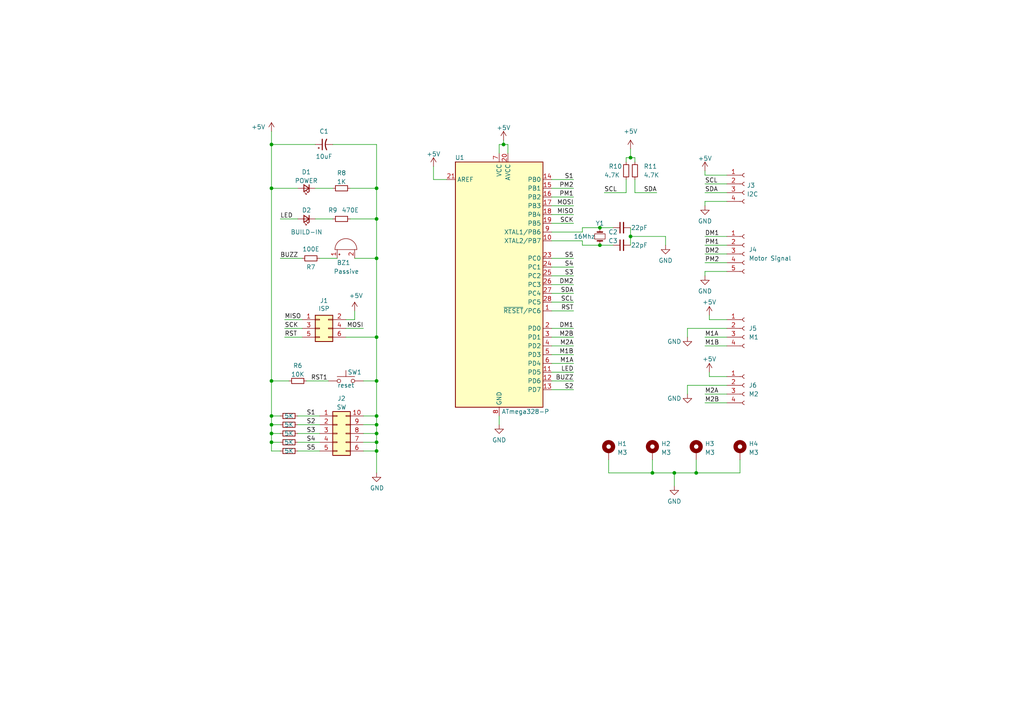
<source format=kicad_sch>
(kicad_sch (version 20230121) (generator eeschema)
  (paper "A4")
  (lib_symbols
    (symbol "+5V_1" (power) (pin_names (offset 0))
      (property "Value" "+5V_1" (at 0 3.556 0))
      (symbol "+5V_1_0_1"
        (polyline (pts (xy -0.762 1.27) (xy 0 2.54)))
        (polyline (pts (xy 0 0) (xy 0 2.54)))
        (polyline (pts (xy 0 2.54) (xy 0.762 1.27)))
      )
      (symbol "+5V_1_1_1"
        (pin power_in line (at 0 0 90) (length 0) hide (name "+5V") (number "1"))
      )
    )
    (symbol "+5V_2" (power) (pin_names (offset 0))
      (property "Value" "+5V_2" (at 0 3.556 0))
      (symbol "+5V_2_0_1"
        (polyline (pts (xy -0.762 1.27) (xy 0 2.54)))
        (polyline (pts (xy 0 0) (xy 0 2.54)))
        (polyline (pts (xy 0 2.54) (xy 0.762 1.27)))
      )
      (symbol "+5V_2_1_1"
        (pin power_in line (at 0 0 90) (length 0) hide (name "+5V") (number "1"))
      )
    )
    (symbol "Connector:Conn_01x04_Female" (pin_names (offset 1.016) hide)
      (property "Reference" "J" (at 0 5.08 0))
      (property "Value" "Conn_01x04_Female" (at 0 -7.62 0))
      (symbol "Conn_01x04_Female_1_1"
        (arc (start 0 -4.572) (mid -0.5058 -5.08) (end 0 -5.588) (stroke (width 0.1524)))
        (arc (start 0 -2.032) (mid -0.5058 -2.54) (end 0 -3.048) (stroke (width 0.1524)))
        (polyline (pts (xy -1.27 -5.08) (xy -0.508 -5.08)) (stroke (width 0.1524)))
        (polyline (pts (xy -1.27 -2.54) (xy -0.508 -2.54)) (stroke (width 0.1524)))
        (polyline (pts (xy -1.27 0) (xy -0.508 0)) (stroke (width 0.1524)))
        (polyline (pts (xy -1.27 2.54) (xy -0.508 2.54)) (stroke (width 0.1524)))
        (arc (start 0 0.508) (mid -0.5058 0) (end 0 -0.508) (stroke (width 0.1524)))
        (arc (start 0 3.048) (mid -0.5058 2.54) (end 0 2.032) (stroke (width 0.1524)))
        (pin passive line (at -5.08 2.54 0) (length 3.81) (name "Pin_1") (number "1"))
        (pin passive line (at -5.08 0 0) (length 3.81) (name "Pin_2") (number "2"))
        (pin passive line (at -5.08 -2.54 0) (length 3.81) (name "Pin_3") (number "3"))
        (pin passive line (at -5.08 -5.08 0) (length 3.81) (name "Pin_4") (number "4"))
      )
    )
    (symbol "Connector:Conn_01x05_Female" (pin_names (offset 1.016) hide)
      (property "Reference" "J" (at 0 7.62 0))
      (property "Value" "Conn_01x05_Female" (at 0 -7.62 0))
      (symbol "Conn_01x05_Female_1_1"
        (arc (start 0 -4.572) (mid -0.5058 -5.08) (end 0 -5.588) (stroke (width 0.1524)))
        (arc (start 0 -2.032) (mid -0.5058 -2.54) (end 0 -3.048) (stroke (width 0.1524)))
        (polyline (pts (xy -1.27 -5.08) (xy -0.508 -5.08)) (stroke (width 0.1524)))
        (polyline (pts (xy -1.27 -2.54) (xy -0.508 -2.54)) (stroke (width 0.1524)))
        (polyline (pts (xy -1.27 0) (xy -0.508 0)) (stroke (width 0.1524)))
        (polyline (pts (xy -1.27 2.54) (xy -0.508 2.54)) (stroke (width 0.1524)))
        (polyline (pts (xy -1.27 5.08) (xy -0.508 5.08)) (stroke (width 0.1524)))
        (arc (start 0 0.508) (mid -0.5058 0) (end 0 -0.508) (stroke (width 0.1524)))
        (arc (start 0 3.048) (mid -0.5058 2.54) (end 0 2.032) (stroke (width 0.1524)))
        (arc (start 0 5.588) (mid -0.5058 5.08) (end 0 4.572) (stroke (width 0.1524)))
        (pin passive line (at -5.08 5.08 0) (length 3.81) (name "Pin_1") (number "1"))
        (pin passive line (at -5.08 2.54 0) (length 3.81) (name "Pin_2") (number "2"))
        (pin passive line (at -5.08 0 0) (length 3.81) (name "Pin_3") (number "3"))
        (pin passive line (at -5.08 -2.54 0) (length 3.81) (name "Pin_4") (number "4"))
        (pin passive line (at -5.08 -5.08 0) (length 3.81) (name "Pin_5") (number "5"))
      )
    )
    (symbol "Connector_Generic:Conn_02x03_Odd_Even" (pin_names (offset 1.016) hide)
      (property "Reference" "J" (at 1.27 5.08 0))
      (property "Value" "Conn_02x03_Odd_Even" (at 1.27 -5.08 0))
      (symbol "Conn_02x03_Odd_Even_1_1"
        (rectangle (start -1.27 -2.413) (end 0 -2.667) (stroke (width 0.1524)))
        (rectangle (start -1.27 0.127) (end 0 -0.127) (stroke (width 0.1524)))
        (rectangle (start -1.27 2.667) (end 0 2.413) (stroke (width 0.1524)))
        (rectangle (start -1.27 3.81) (end 3.81 -3.81) (stroke (width 0.254)) (fill (type background)))
        (rectangle (start 3.81 -2.413) (end 2.54 -2.667) (stroke (width 0.1524)))
        (rectangle (start 3.81 0.127) (end 2.54 -0.127) (stroke (width 0.1524)))
        (rectangle (start 3.81 2.667) (end 2.54 2.413) (stroke (width 0.1524)))
        (pin passive line (at -5.08 2.54 0) (length 3.81) (name "Pin_1") (number "1"))
        (pin passive line (at 7.62 2.54 180) (length 3.81) (name "Pin_2") (number "2"))
        (pin passive line (at -5.08 0 0) (length 3.81) (name "Pin_3") (number "3"))
        (pin passive line (at 7.62 0 180) (length 3.81) (name "Pin_4") (number "4"))
        (pin passive line (at -5.08 -2.54 0) (length 3.81) (name "Pin_5") (number "5"))
        (pin passive line (at 7.62 -2.54 180) (length 3.81) (name "Pin_6") (number "6"))
      )
    )
    (symbol "Connector_Generic:Conn_02x05_Counter_Clockwise" (pin_names (offset 1.016) hide)
      (property "Reference" "J" (at 1.27 7.62 0))
      (property "Value" "Conn_02x05_Counter_Clockwise" (at 1.27 -7.62 0))
      (symbol "Conn_02x05_Counter_Clockwise_1_1"
        (rectangle (start -1.27 -4.953) (end 0 -5.207) (stroke (width 0.1524)))
        (rectangle (start -1.27 -2.413) (end 0 -2.667) (stroke (width 0.1524)))
        (rectangle (start -1.27 0.127) (end 0 -0.127) (stroke (width 0.1524)))
        (rectangle (start -1.27 2.667) (end 0 2.413) (stroke (width 0.1524)))
        (rectangle (start -1.27 5.207) (end 0 4.953) (stroke (width 0.1524)))
        (rectangle (start -1.27 6.35) (end 3.81 -6.35) (stroke (width 0.254)) (fill (type background)))
        (rectangle (start 3.81 -4.953) (end 2.54 -5.207) (stroke (width 0.1524)))
        (rectangle (start 3.81 -2.413) (end 2.54 -2.667) (stroke (width 0.1524)))
        (rectangle (start 3.81 0.127) (end 2.54 -0.127) (stroke (width 0.1524)))
        (rectangle (start 3.81 2.667) (end 2.54 2.413) (stroke (width 0.1524)))
        (rectangle (start 3.81 5.207) (end 2.54 4.953) (stroke (width 0.1524)))
        (pin passive line (at -5.08 5.08 0) (length 3.81) (name "Pin_1") (number "1"))
        (pin passive line (at 7.62 5.08 180) (length 3.81) (name "Pin_10") (number "10"))
        (pin passive line (at -5.08 2.54 0) (length 3.81) (name "Pin_2") (number "2"))
        (pin passive line (at -5.08 0 0) (length 3.81) (name "Pin_3") (number "3"))
        (pin passive line (at -5.08 -2.54 0) (length 3.81) (name "Pin_4") (number "4"))
        (pin passive line (at -5.08 -5.08 0) (length 3.81) (name "Pin_5") (number "5"))
        (pin passive line (at 7.62 -5.08 180) (length 3.81) (name "Pin_6") (number "6"))
        (pin passive line (at 7.62 -2.54 180) (length 3.81) (name "Pin_7") (number "7"))
        (pin passive line (at 7.62 0 180) (length 3.81) (name "Pin_8") (number "8"))
        (pin passive line (at 7.62 2.54 180) (length 3.81) (name "Pin_9") (number "9"))
      )
    )
    (symbol "Device:Buzzer" (pin_names (offset 0.0254) hide)
      (property "Reference" "BZ" (at 3.81 1.27 0))
      (property "Value" "Buzzer" (at 3.81 -1.27 0))
      (symbol "Buzzer_0_1"
        (arc (start 0 -3.175) (mid 3.1612 0) (end 0 3.175))
        (polyline (pts (xy -1.651 1.905) (xy -1.143 1.905)))
        (polyline (pts (xy -1.397 2.159) (xy -1.397 1.651)))
        (polyline (pts (xy 0 3.175) (xy 0 -3.175)))
      )
      (symbol "Buzzer_1_1"
        (pin passive line (at -2.54 2.54 0) (length 2.54) (name "-") (number "1"))
        (pin passive line (at -2.54 -2.54 0) (length 2.54) (name "+") (number "2"))
      )
    )
    (symbol "Device:C_Small" (pin_numbers hide) (pin_names (offset 0.254) hide)
      (property "Reference" "C" (at 0.254 1.778 0))
      (property "Value" "C_Small" (at 0.254 -2.032 0))
      (symbol "C_Small_0_1"
        (polyline (pts (xy -1.524 -0.508) (xy 1.524 -0.508)) (stroke (width 0.3302)))
        (polyline (pts (xy -1.524 0.508) (xy 1.524 0.508)) (stroke (width 0.3048)))
      )
      (symbol "C_Small_1_1"
        (pin passive line (at 0 2.54 270) (length 2.032) (name "~") (number "1"))
        (pin passive line (at 0 -2.54 90) (length 2.032) (name "~") (number "2"))
      )
    )
    (symbol "Device:Crystal_Small" (pin_numbers hide) (pin_names (offset 1.016) hide)
      (property "Reference" "Y" (at 0 2.54 0))
      (property "Value" "Crystal_Small" (at 0 -2.54 0))
      (symbol "Crystal_Small_0_1"
        (rectangle (start -0.762 -1.524) (end 0.762 1.524))
        (polyline (pts (xy -1.27 -0.762) (xy -1.27 0.762)) (stroke (width 0.381)))
        (polyline (pts (xy 1.27 -0.762) (xy 1.27 0.762)) (stroke (width 0.381)))
      )
      (symbol "Crystal_Small_1_1"
        (pin passive line (at -2.54 0 0) (length 1.27) (name "1") (number "1"))
        (pin passive line (at 2.54 0 180) (length 1.27) (name "2") (number "2"))
      )
    )
    (symbol "Device:LED_Small" (pin_numbers hide) (pin_names (offset 0.254) hide)
      (property "Reference" "D" (at -1.27 3.175 0))
      (property "Value" "LED_Small" (at -4.445 -2.54 0))
      (symbol "LED_Small_0_1"
        (polyline (pts (xy -0.762 -1.016) (xy -0.762 1.016)) (stroke (width 0.254)))
        (polyline (pts (xy 1.016 0) (xy -0.762 0)))
        (polyline (pts (xy 0.762 -1.016) (xy -0.762 0) (xy 0.762 1.016) (xy 0.762 -1.016)) (stroke (width 0.254)))
        (polyline (pts (xy 0 0.762) (xy -0.508 1.27) (xy -0.254 1.27) (xy -0.508 1.27) (xy -0.508 1.016)))
        (polyline (pts (xy 0.508 1.27) (xy 0 1.778) (xy 0.254 1.778) (xy 0 1.778) (xy 0 1.524)))
      )
      (symbol "LED_Small_1_1"
        (pin passive line (at -2.54 0 0) (length 1.778) (name "K") (number "1"))
        (pin passive line (at 2.54 0 180) (length 1.778) (name "A") (number "2"))
      )
    )
    (symbol "Device:R_Small" (pin_numbers hide) (pin_names (offset 0.254) hide)
      (property "Reference" "R" (at 0.762 0.508 0))
      (property "Value" "R_Small" (at 0.762 -1.016 0))
      (symbol "R_Small_0_1"
        (rectangle (start -0.762 1.778) (end 0.762 -1.778) (stroke (width 0.2032)))
      )
      (symbol "R_Small_1_1"
        (pin passive line (at 0 2.54 270) (length 0.762) (name "~") (number "1"))
        (pin passive line (at 0 -2.54 90) (length 0.762) (name "~") (number "2"))
      )
    )
    (symbol "GND_1" (power) (pin_names (offset 0))
      (property "Value" "GND_1" (at 0 -3.81 0))
      (symbol "GND_1_0_1"
        (polyline (pts (xy 0 0) (xy 0 -1.27) (xy 1.27 -1.27) (xy 0 -2.54) (xy -1.27 -1.27) (xy 0 -1.27)))
      )
      (symbol "GND_1_1_1"
        (pin power_in line (at 0 0 270) (length 0) hide (name "GND") (number "1"))
      )
    )
    (symbol "MCU_Microchip_ATmega:ATmega328-P"
      (property "Reference" "U" (at -12.7 36.83 0))
      (property "Value" "ATmega328-P" (at 2.54 -36.83 0))
      (symbol "ATmega328-P_0_1"
        (rectangle (start -12.7 -35.56) (end 12.7 35.56) (stroke (width 0.254)) (fill (type background)))
      )
      (symbol "ATmega328-P_1_1"
        (pin bidirectional line (at 15.24 -7.62 180) (length 2.54) (name "~{RESET}/PC6") (number "1"))
        (pin bidirectional line (at 15.24 12.7 180) (length 2.54) (name "XTAL2/PB7") (number "10"))
        (pin bidirectional line (at 15.24 -25.4 180) (length 2.54) (name "PD5") (number "11"))
        (pin bidirectional line (at 15.24 -27.94 180) (length 2.54) (name "PD6") (number "12"))
        (pin bidirectional line (at 15.24 -30.48 180) (length 2.54) (name "PD7") (number "13"))
        (pin bidirectional line (at 15.24 30.48 180) (length 2.54) (name "PB0") (number "14"))
        (pin bidirectional line (at 15.24 27.94 180) (length 2.54) (name "PB1") (number "15"))
        (pin bidirectional line (at 15.24 25.4 180) (length 2.54) (name "PB2") (number "16"))
        (pin bidirectional line (at 15.24 22.86 180) (length 2.54) (name "PB3") (number "17"))
        (pin bidirectional line (at 15.24 20.32 180) (length 2.54) (name "PB4") (number "18"))
        (pin bidirectional line (at 15.24 17.78 180) (length 2.54) (name "PB5") (number "19"))
        (pin bidirectional line (at 15.24 -12.7 180) (length 2.54) (name "PD0") (number "2"))
        (pin power_in line (at 2.54 38.1 270) (length 2.54) (name "AVCC") (number "20"))
        (pin passive line (at -15.24 30.48 0) (length 2.54) (name "AREF") (number "21"))
        (pin passive line (at 0 -38.1 90) (length 2.54) hide (name "GND") (number "22"))
        (pin bidirectional line (at 15.24 7.62 180) (length 2.54) (name "PC0") (number "23"))
        (pin bidirectional line (at 15.24 5.08 180) (length 2.54) (name "PC1") (number "24"))
        (pin bidirectional line (at 15.24 2.54 180) (length 2.54) (name "PC2") (number "25"))
        (pin bidirectional line (at 15.24 0 180) (length 2.54) (name "PC3") (number "26"))
        (pin bidirectional line (at 15.24 -2.54 180) (length 2.54) (name "PC4") (number "27"))
        (pin bidirectional line (at 15.24 -5.08 180) (length 2.54) (name "PC5") (number "28"))
        (pin bidirectional line (at 15.24 -15.24 180) (length 2.54) (name "PD1") (number "3"))
        (pin bidirectional line (at 15.24 -17.78 180) (length 2.54) (name "PD2") (number "4"))
        (pin bidirectional line (at 15.24 -20.32 180) (length 2.54) (name "PD3") (number "5"))
        (pin bidirectional line (at 15.24 -22.86 180) (length 2.54) (name "PD4") (number "6"))
        (pin power_in line (at 0 38.1 270) (length 2.54) (name "VCC") (number "7"))
        (pin power_in line (at 0 -38.1 90) (length 2.54) (name "GND") (number "8"))
        (pin bidirectional line (at 15.24 15.24 180) (length 2.54) (name "XTAL1/PB6") (number "9"))
      )
    )
    (symbol "MecCam_pro-rescue:CP1_Small-Device" (pin_numbers hide) (pin_names (offset 0.254) hide)
      (property "Reference" "C" (at 0.254 1.778 0))
      (property "Value" "CP1_Small-Device" (at 0.254 -2.032 0))
      (symbol "CP1_Small-Device_0_1"
        (polyline (pts (xy -1.524 0.508) (xy 1.524 0.508)) (stroke (width 0.3048)))
        (polyline (pts (xy -1.27 1.524) (xy -0.762 1.524)))
        (polyline (pts (xy -1.016 1.27) (xy -1.016 1.778)))
        (arc (start 1.524 -0.762) (mid 0 -0.3734) (end -1.524 -0.762) (stroke (width 0.3048)))
      )
      (symbol "CP1_Small-Device_1_1"
        (pin passive line (at 0 2.54 270) (length 2.032) (name "~") (number "1"))
        (pin passive line (at 0 -2.54 90) (length 2.032) (name "~") (number "2"))
      )
    )
    (symbol "Mechanical:MountingHole_Pad" (pin_numbers hide) (pin_names (offset 1.016) hide)
      (property "Reference" "H" (at 0 6.35 0))
      (property "Value" "MountingHole_Pad" (at 0 4.445 0))
      (symbol "MountingHole_Pad_0_1"
        (circle (center 0 1.27) (radius 1.27) (stroke (width 1.27)))
      )
      (symbol "MountingHole_Pad_1_1"
        (pin input line (at 0 -2.54 90) (length 2.54) (name "1") (number "1"))
      )
    )
    (symbol "Switch:SW_Push" (pin_numbers hide) (pin_names (offset 1.016) hide)
      (property "Reference" "SW" (at 1.27 2.54 0))
      (property "Value" "SW_Push" (at 0 -1.524 0))
      (symbol "SW_Push_0_1"
        (circle (center -2.032 0) (radius 0.508))
        (polyline (pts (xy 0 1.27) (xy 0 3.048)))
        (polyline (pts (xy 2.54 1.27) (xy -2.54 1.27)))
        (circle (center 2.032 0) (radius 0.508))
        (pin passive line (at -5.08 0 0) (length 2.54) (name "1") (number "1"))
        (pin passive line (at 5.08 0 180) (length 2.54) (name "2") (number "2"))
      )
    )
    (symbol "power:+5V" (power) (pin_names (offset 0))
      (property "Value" "+5V" (at 0 3.556 0))
      (symbol "+5V_0_1"
        (polyline (pts (xy -0.762 1.27) (xy 0 2.54)))
        (polyline (pts (xy 0 0) (xy 0 2.54)))
        (polyline (pts (xy 0 2.54) (xy 0.762 1.27)))
      )
      (symbol "+5V_1_1"
        (pin power_in line (at 0 0 90) (length 0) hide (name "+5V") (number "1"))
      )
    )
    (symbol "power:GND" (power) (pin_names (offset 0))
      (property "Value" "GND" (at 0 -3.81 0))
      (symbol "GND_0_1"
        (polyline (pts (xy 0 0) (xy 0 -1.27) (xy 1.27 -1.27) (xy 0 -2.54) (xy -1.27 -1.27) (xy 0 -1.27)))
      )
      (symbol "GND_1_1"
        (pin power_in line (at 0 0 270) (length 0) hide (name "GND") (number "1"))
      )
    )
  )
  (junction (at 109.22 120.65))
  (junction (at 78.74 110.49))
  (junction (at 109.22 130.81))
  (junction (at 78.74 41.91))
  (junction (at 78.74 125.73))
  (junction (at 173.99 66.04))
  (junction (at 109.22 74.93))
  (junction (at 78.74 123.19))
  (junction (at 78.74 128.27))
  (junction (at 109.22 110.49))
  (junction (at 109.22 63.5))
  (junction (at 109.22 54.61))
  (junction (at 182.88 45.72))
  (junction (at 201.93 137.16))
  (junction (at 189.23 137.16))
  (junction (at 146.05 41.91))
  (junction (at 78.74 120.65))
  (junction (at 109.22 123.19))
  (junction (at 78.74 54.61))
  (junction (at 109.22 97.79))
  (junction (at 182.88 68.58))
  (junction (at 109.22 125.73))
  (junction (at 109.22 128.27))
  (junction (at 173.99 71.12))
  (junction (at 195.58 137.16))
  (wire (pts (xy 160.02 54.61) (xy 166.37 54.61)))
  (wire (pts (xy 101.6 54.61) (xy 109.22 54.61)))
  (wire (pts (xy 78.74 123.19) (xy 81.28 123.19)))
  (wire (pts (xy 160.02 62.23) (xy 166.37 62.23)))
  (wire (pts (xy 176.53 137.16) (xy 189.23 137.16)))
  (wire (pts (xy 78.74 128.27) (xy 78.74 130.81)))
  (wire (pts (xy 88.9 110.49) (xy 95.25 110.49)))
  (wire (pts (xy 160.02 113.03) (xy 166.37 113.03)))
  (wire (pts (xy 181.61 45.72) (xy 182.88 45.72)))
  (wire (pts (xy 201.93 133.35) (xy 201.93 137.16)))
  (wire (pts (xy 160.02 97.79) (xy 166.37 97.79)))
  (wire (pts (xy 168.91 67.31) (xy 168.91 66.04)))
  (wire (pts (xy 193.04 68.58) (xy 193.04 71.12)))
  (wire (pts (xy 204.47 68.58) (xy 210.82 68.58)))
  (wire (pts (xy 160.02 87.63) (xy 166.37 87.63)))
  (wire (pts (xy 78.74 120.65) (xy 81.28 120.65)))
  (wire (pts (xy 214.63 137.16) (xy 214.63 133.35)))
  (wire (pts (xy 109.22 128.27) (xy 109.22 130.81)))
  (wire (pts (xy 205.74 109.22) (xy 210.82 109.22)))
  (wire (pts (xy 182.88 45.72) (xy 184.15 45.72)))
  (wire (pts (xy 184.15 55.88) (xy 184.15 52.07)))
  (wire (pts (xy 101.6 63.5) (xy 109.22 63.5)))
  (wire (pts (xy 146.05 41.91) (xy 147.32 41.91)))
  (wire (pts (xy 160.02 90.17) (xy 166.37 90.17)))
  (wire (pts (xy 160.02 95.25) (xy 166.37 95.25)))
  (wire (pts (xy 109.22 74.93) (xy 109.22 97.79)))
  (wire (pts (xy 78.74 54.61) (xy 86.36 54.61)))
  (wire (pts (xy 81.28 74.93) (xy 87.63 74.93)))
  (wire (pts (xy 105.41 125.73) (xy 109.22 125.73)))
  (wire (pts (xy 210.82 78.74) (xy 204.47 78.74)))
  (wire (pts (xy 160.02 52.07) (xy 166.37 52.07)))
  (wire (pts (xy 147.32 41.91) (xy 147.32 44.45)))
  (wire (pts (xy 109.22 54.61) (xy 109.22 41.91)))
  (wire (pts (xy 105.41 123.19) (xy 109.22 123.19)))
  (wire (pts (xy 109.22 130.81) (xy 109.22 137.16)))
  (wire (pts (xy 204.47 71.12) (xy 210.82 71.12)))
  (wire (pts (xy 160.02 67.31) (xy 168.91 67.31)))
  (wire (pts (xy 160.02 105.41) (xy 166.37 105.41)))
  (wire (pts (xy 195.58 137.16) (xy 201.93 137.16)))
  (wire (pts (xy 109.22 120.65) (xy 109.22 123.19)))
  (wire (pts (xy 109.22 63.5) (xy 109.22 74.93)))
  (wire (pts (xy 96.52 41.91) (xy 109.22 41.91)))
  (wire (pts (xy 105.41 120.65) (xy 109.22 120.65)))
  (wire (pts (xy 92.71 74.93) (xy 97.79 74.93)))
  (wire (pts (xy 109.22 110.49) (xy 109.22 120.65)))
  (wire (pts (xy 204.47 100.33) (xy 210.82 100.33)))
  (wire (pts (xy 82.55 92.71) (xy 87.63 92.71)))
  (wire (pts (xy 82.55 97.79) (xy 87.63 97.79)))
  (wire (pts (xy 78.74 128.27) (xy 81.28 128.27)))
  (wire (pts (xy 204.47 50.8) (xy 210.82 50.8)))
  (wire (pts (xy 160.02 85.09) (xy 166.37 85.09)))
  (wire (pts (xy 160.02 69.85) (xy 168.91 69.85)))
  (wire (pts (xy 199.39 114.3) (xy 199.39 111.76)))
  (wire (pts (xy 195.58 137.16) (xy 195.58 140.97)))
  (wire (pts (xy 204.47 97.79) (xy 210.82 97.79)))
  (wire (pts (xy 78.74 41.91) (xy 91.44 41.91)))
  (wire (pts (xy 102.87 74.93) (xy 109.22 74.93)))
  (wire (pts (xy 144.78 44.45) (xy 144.78 41.91)))
  (wire (pts (xy 201.93 137.16) (xy 214.63 137.16)))
  (wire (pts (xy 160.02 100.33) (xy 166.37 100.33)))
  (wire (pts (xy 184.15 45.72) (xy 184.15 46.99)))
  (wire (pts (xy 86.36 120.65) (xy 92.71 120.65)))
  (wire (pts (xy 86.36 123.19) (xy 92.71 123.19)))
  (wire (pts (xy 144.78 41.91) (xy 146.05 41.91)))
  (wire (pts (xy 86.36 130.81) (xy 92.71 130.81)))
  (wire (pts (xy 81.28 63.5) (xy 86.36 63.5)))
  (wire (pts (xy 109.22 123.19) (xy 109.22 125.73)))
  (wire (pts (xy 102.87 92.71) (xy 102.87 90.17)))
  (wire (pts (xy 173.99 71.12) (xy 177.8 71.12)))
  (wire (pts (xy 190.5 55.88) (xy 184.15 55.88)))
  (wire (pts (xy 204.47 116.84) (xy 210.82 116.84)))
  (wire (pts (xy 109.22 97.79) (xy 109.22 110.49)))
  (wire (pts (xy 181.61 46.99) (xy 181.61 45.72)))
  (wire (pts (xy 168.91 69.85) (xy 168.91 71.12)))
  (wire (pts (xy 189.23 137.16) (xy 195.58 137.16)))
  (wire (pts (xy 160.02 102.87) (xy 166.37 102.87)))
  (wire (pts (xy 86.36 125.73) (xy 92.71 125.73)))
  (wire (pts (xy 182.88 68.58) (xy 182.88 71.12)))
  (wire (pts (xy 81.28 130.81) (xy 78.74 130.81)))
  (wire (pts (xy 205.74 107.95) (xy 205.74 109.22)))
  (wire (pts (xy 78.74 125.73) (xy 81.28 125.73)))
  (wire (pts (xy 176.53 133.35) (xy 176.53 137.16)))
  (wire (pts (xy 144.78 120.65) (xy 144.78 123.19)))
  (wire (pts (xy 199.39 97.79) (xy 199.39 95.25)))
  (wire (pts (xy 204.47 76.2) (xy 210.82 76.2)))
  (wire (pts (xy 125.73 52.07) (xy 129.54 52.07)))
  (wire (pts (xy 109.22 54.61) (xy 109.22 63.5)))
  (wire (pts (xy 86.36 128.27) (xy 92.71 128.27)))
  (wire (pts (xy 100.33 97.79) (xy 109.22 97.79)))
  (wire (pts (xy 78.74 110.49) (xy 78.74 120.65)))
  (wire (pts (xy 204.47 78.74) (xy 204.47 80.01)))
  (wire (pts (xy 160.02 110.49) (xy 166.37 110.49)))
  (wire (pts (xy 204.47 58.42) (xy 210.82 58.42)))
  (wire (pts (xy 146.05 40.64) (xy 146.05 41.91)))
  (wire (pts (xy 181.61 55.88) (xy 181.61 52.07)))
  (wire (pts (xy 78.74 54.61) (xy 78.74 110.49)))
  (wire (pts (xy 78.74 41.91) (xy 78.74 54.61)))
  (wire (pts (xy 204.47 55.88) (xy 210.82 55.88)))
  (wire (pts (xy 105.41 110.49) (xy 109.22 110.49)))
  (wire (pts (xy 160.02 80.01) (xy 166.37 80.01)))
  (wire (pts (xy 91.44 63.5) (xy 96.52 63.5)))
  (wire (pts (xy 199.39 111.76) (xy 210.82 111.76)))
  (wire (pts (xy 105.41 95.25) (xy 100.33 95.25)))
  (wire (pts (xy 175.26 55.88) (xy 181.61 55.88)))
  (wire (pts (xy 199.39 95.25) (xy 210.82 95.25)))
  (wire (pts (xy 78.74 110.49) (xy 83.82 110.49)))
  (wire (pts (xy 78.74 123.19) (xy 78.74 125.73)))
  (wire (pts (xy 182.88 68.58) (xy 182.88 66.04)))
  (wire (pts (xy 160.02 59.69) (xy 166.37 59.69)))
  (wire (pts (xy 102.87 92.71) (xy 100.33 92.71)))
  (wire (pts (xy 78.74 125.73) (xy 78.74 128.27)))
  (wire (pts (xy 78.74 38.1) (xy 78.74 41.91)))
  (wire (pts (xy 160.02 82.55) (xy 166.37 82.55)))
  (wire (pts (xy 125.73 48.26) (xy 125.73 52.07)))
  (wire (pts (xy 105.41 130.81) (xy 109.22 130.81)))
  (wire (pts (xy 168.91 71.12) (xy 173.99 71.12)))
  (wire (pts (xy 204.47 49.53) (xy 204.47 50.8)))
  (wire (pts (xy 160.02 77.47) (xy 166.37 77.47)))
  (wire (pts (xy 78.74 120.65) (xy 78.74 123.19)))
  (wire (pts (xy 182.88 43.18) (xy 182.88 45.72)))
  (wire (pts (xy 204.47 114.3) (xy 210.82 114.3)))
  (wire (pts (xy 189.23 133.35) (xy 189.23 137.16)))
  (wire (pts (xy 173.99 66.04) (xy 177.8 66.04)))
  (wire (pts (xy 205.74 91.44) (xy 205.74 92.71)))
  (wire (pts (xy 204.47 58.42) (xy 204.47 59.69)))
  (wire (pts (xy 168.91 66.04) (xy 173.99 66.04)))
  (wire (pts (xy 91.44 54.61) (xy 96.52 54.61)))
  (wire (pts (xy 160.02 64.77) (xy 166.37 64.77)))
  (wire (pts (xy 105.41 128.27) (xy 109.22 128.27)))
  (wire (pts (xy 182.88 68.58) (xy 193.04 68.58)))
  (wire (pts (xy 160.02 57.15) (xy 166.37 57.15)))
  (wire (pts (xy 204.47 53.34) (xy 210.82 53.34)))
  (wire (pts (xy 109.22 125.73) (xy 109.22 128.27)))
  (wire (pts (xy 160.02 74.93) (xy 166.37 74.93)))
  (wire (pts (xy 204.47 73.66) (xy 210.82 73.66)))
  (wire (pts (xy 205.74 92.71) (xy 210.82 92.71)))
  (wire (pts (xy 160.02 107.95) (xy 166.37 107.95)))
  (wire (pts (xy 82.55 95.25) (xy 87.63 95.25)))
  (label "DM1" (at 166.37 95.25 180))
  (label "PM1" (at 204.47 71.12 0))
  (label "RST" (at 166.37 90.17 180))
  (label "M2A" (at 204.47 114.3 0))
  (label "M2A" (at 166.37 100.33 180))
  (label "SCK" (at 166.37 64.77 180))
  (label "S4" (at 88.9 128.27 0))
  (label "SCL" (at 175.26 55.88 0))
  (label "RST1" (at 90.17 110.49 0))
  (label "S1" (at 88.9 120.65 0))
  (label "S2" (at 166.37 113.03 180))
  (label "LED" (at 81.28 63.5 0))
  (label "S5" (at 88.9 130.81 0))
  (label "DM2" (at 166.37 82.55 180))
  (label "MOSI" (at 105.41 95.25 180))
  (label "S4" (at 166.37 77.47 180))
  (label "SCK" (at 82.55 95.25 0))
  (label "S1" (at 166.37 52.07 180))
  (label "DM1" (at 204.47 68.58 0))
  (label "SCL" (at 166.37 87.63 180))
  (label "SDA" (at 166.37 85.09 180))
  (label "M1B" (at 166.37 102.87 180))
  (label "M2B" (at 166.37 97.79 180))
  (label "S2" (at 88.9 123.19 0))
  (label "M1A" (at 166.37 105.41 180))
  (label "DM2" (at 204.47 73.66 0))
  (label "PM2" (at 204.47 76.2 0))
  (label "MISO" (at 166.37 62.23 180))
  (label "S3" (at 88.9 125.73 0))
  (label "BUZZ" (at 166.37 110.49 180))
  (label "SDA" (at 190.5 55.88 180))
  (label "SDA" (at 204.47 55.88 0))
  (label "S5" (at 166.37 74.93 180))
  (label "MOSI" (at 166.37 59.69 180))
  (label "RST" (at 82.55 97.79 0))
  (label "M1A" (at 204.47 97.79 0))
  (label "PM2" (at 166.37 54.61 180))
  (label "SCL" (at 204.47 53.34 0))
  (label "LED" (at 166.37 107.95 180))
  (label "M2B" (at 204.47 116.84 0))
  (label "MISO" (at 82.55 92.71 0))
  (label "M1B" (at 204.47 100.33 0))
  (label "PM1" (at 166.37 57.15 180))
  (label "BUZZ" (at 81.28 74.93 0))
  (label "S3" (at 166.37 80.01 180))
  (symbol (lib_id "Device:R_Small") (at 83.82 125.73 90) (unit 1)
    (property "Reference" "R3" (effects hide))
    (property "Value" "5K" (at 83.82 125.73 90))
    (property "Footprint" "Resistor_SMD:R_0805_2012Metric" (effects hide))
  )
  (symbol (lib_id "Device:R_Small") (at 184.15 49.53 0) (unit 1)
    (property "Reference" "R11" (at 186.69 48.26 0) (effects (justify left)))
    (property "Value" "4.7K" (at 186.69 50.8 0) (effects (justify left)))
    (property "Footprint" "Resistor_SMD:R_0805_2012Metric" (effects hide))
  )
  (symbol (lib_id "Switch:SW_Push") (at 100.33 110.49 0) (unit 1)
    (property "Reference" "SW1" (at 102.87 107.95 0))
    (property "Value" "reset" (at 100.33 111.76 0))
    (property "Footprint" "Button_Switch_THT:SW_PUSH_6mm" (effects hide))
  )
  (symbol (lib_id "Connector:Conn_01x04_Female") (at 215.9 95.25 0) (unit 1)
    (property "Reference" "J5" (at 217.17 95.2499 0) (effects (justify left)))
    (property "Value" "M1" (at 217.17 97.7899 0) (effects (justify left)))
    (property "Footprint" "Connector_JST:JST_EH_S4B-EH_1x04_P2.50mm_Horizontal" (effects hide))
  )
  (symbol (lib_id "power:GND") (at 109.22 137.16 0) (unit 1)
    (property "Reference" "#PWR03" (effects hide))
    (property "Value" "GND" (at 109.347 141.5542 0))
  )
  (symbol (lib_id "Mechanical:MountingHole_Pad") (at 201.93 130.81 0) (unit 1)
    (property "Reference" "H3" (at 204.47 128.7053 0) (effects (justify left)))
    (property "Value" "M3" (at 204.47 131.2422 0) (effects (justify left)))
    (property "Footprint" "MountingHole:MountingHole_3.2mm_M3_DIN965_Pad" (effects hide))
  )
  (symbol (lib_id "power:+5V") (at 146.05 40.64 0) (unit 1)
    (property "Reference" "#PWR06" (effects hide))
    (property "Value" "+5V" (at 146.05 37.0642 0))
  )
  (symbol (lib_id "Device:R_Small") (at 99.06 54.61 90) (unit 1)
    (property "Reference" "R8" (at 99.06 50.1736 90))
    (property "Value" "1K" (at 99.06 52.7105 90))
    (property "Footprint" "Resistor_SMD:R_0805_2012Metric" (effects hide))
  )
  (symbol (lib_id "power:GND") (at 144.78 123.19 0) (unit 1)
    (property "Reference" "#PWR05" (effects hide))
    (property "Value" "GND" (at 144.78 127.6334 0))
  )
  (symbol (lib_id "Device:R_Small") (at 83.82 128.27 90) (unit 1)
    (property "Reference" "R4" (effects hide))
    (property "Value" "5K" (at 83.82 128.27 90))
    (property "Footprint" "Resistor_SMD:R_0805_2012Metric" (effects hide))
  )
  (symbol (lib_id "power:+5V") (at 102.87 90.17 0) (unit 1)
    (property "Reference" "#PWR02" (effects hide))
    (property "Value" "+5V" (at 103.251 85.7758 0))
  )
  (symbol (lib_id "Device:R_Small") (at 86.36 110.49 90) (unit 1)
    (property "Reference" "R6" (at 86.36 106.0536 90))
    (property "Value" "10K" (at 86.36 108.5905 90))
    (property "Footprint" "Resistor_SMD:R_0805_2012Metric" (effects hide))
  )
  (symbol (lib_id "MecCam_pro-rescue:CP1_Small-Device") (at 93.98 41.91 90) (unit 1)
    (property "Reference" "C1" (at 93.98 38.1 90))
    (property "Value" "10uF" (at 93.98 45.3898 90))
    (property "Footprint" "Capacitor_SMD:CP_Elec_6.3x4.5" (effects hide))
  )
  (symbol (lib_name "+5V_2") (lib_id "power:+5V") (at 182.88 43.18 0) (unit 1)
    (property "Reference" "#PWR07" (effects hide))
    (property "Value" "+5V" (at 182.88 38.1 0))
  )
  (symbol (lib_id "Device:R_Small") (at 83.82 123.19 90) (unit 1)
    (property "Reference" "R2" (effects hide))
    (property "Value" "5K" (at 83.82 123.19 90))
    (property "Footprint" "Resistor_SMD:R_0805_2012Metric" (effects hide))
  )
  (symbol (lib_id "Connector:Conn_01x04_Female") (at 215.9 53.34 0) (unit 1)
    (property "Reference" "J3" (at 216.6112 53.7753 0) (effects (justify left)))
    (property "Value" "I2C" (at 216.6112 56.3122 0) (effects (justify left)))
    (property "Footprint" "Connector_JST:JST_EH_S4B-EH_1x04_P2.50mm_Horizontal" (effects hide))
  )
  (symbol (lib_id "Connector_Generic:Conn_02x05_Counter_Clockwise") (at 97.79 125.73 0) (unit 1)
    (property "Reference" "J2" (at 99.06 115.57 0))
    (property "Value" "SW" (at 99.06 118.11 0))
    (property "Footprint" "Button_Switch_THT:SW_DIP_SPSTx05_Slide_9.78x14.88mm_W7.62mm_P2.54mm" (effects hide))
  )
  (symbol (lib_id "Device:R_Small") (at 83.82 120.65 90) (unit 1)
    (property "Reference" "R1" (effects hide))
    (property "Value" "5K" (at 83.82 120.65 90))
    (property "Footprint" "Resistor_SMD:R_0805_2012Metric" (effects hide))
  )
  (symbol (lib_id "power:GND") (at 195.58 140.97 0) (unit 1)
    (property "Reference" "#PWR09" (effects hide))
    (property "Value" "GND" (at 195.58 145.4134 0))
  )
  (symbol (lib_id "Device:R_Small") (at 181.61 49.53 0) (unit 1)
    (property "Reference" "R10" (at 176.53 48.26 0) (effects (justify left)))
    (property "Value" "4.7K" (at 175.26 50.8 0) (effects (justify left)))
    (property "Footprint" "Resistor_SMD:R_0805_2012Metric" (effects hide))
  )
  (symbol (lib_id "Connector_Generic:Conn_02x03_Odd_Even") (at 92.71 95.25 0) (unit 1)
    (property "Reference" "J1" (at 93.98 87.1982 0))
    (property "Value" "ISP" (at 93.98 89.5096 0))
    (property "Footprint" "Connector_PinSocket_2.54mm:PinSocket_2x03_P2.54mm_Vertical" (effects hide))
  )
  (symbol (lib_id "Connector:Conn_01x05_Female") (at 215.9 73.66 0) (unit 1)
    (property "Reference" "J4" (at 217.17 72.3899 0) (effects (justify left)))
    (property "Value" "Motor Signal" (at 217.17 74.9299 0) (effects (justify left)))
    (property "Footprint" "Connector_PinSocket_2.54mm:PinSocket_1x05_P2.54mm_Vertical" (effects hide))
  )
  (symbol (lib_id "Device:LED_Small") (at 88.9 63.5 180) (unit 1)
    (property "Reference" "D2" (at 88.9 60.96 0))
    (property "Value" "BUILD-IN" (at 88.9 67.31 0))
    (property "Footprint" "LED_SMD:LED_0805_2012Metric" (effects hide))
  )
  (symbol (lib_id "power:+5V") (at 125.73 48.26 0) (unit 1)
    (property "Reference" "#PWR04" (effects hide))
    (property "Value" "+5V" (at 125.73 44.6842 0))
  )
  (symbol (lib_id "Mechanical:MountingHole_Pad") (at 176.53 130.81 0) (unit 1)
    (property "Reference" "H1" (at 179.07 128.7053 0) (effects (justify left)))
    (property "Value" "M3" (at 179.07 131.2422 0) (effects (justify left)))
    (property "Footprint" "MountingHole:MountingHole_3.2mm_M3_DIN965_Pad" (effects hide))
  )
  (symbol (lib_id "Device:Crystal_Small") (at 173.99 68.58 90) (unit 1)
    (property "Reference" "Y1" (at 172.72 64.77 90) (effects (justify right)))
    (property "Value" "16Mhz" (at 166.37 68.58 90) (effects (justify right)))
    (property "Footprint" "Crystal:Crystal_SMD_HC49-SD" (effects hide))
  )
  (symbol (lib_id "Device:R_Small") (at 83.82 130.81 90) (unit 1)
    (property "Reference" "R5" (effects hide))
    (property "Value" "5K" (at 83.82 130.81 90))
    (property "Footprint" "Resistor_SMD:R_0805_2012Metric" (effects hide))
  )
  (symbol (lib_id "MCU_Microchip_ATmega:ATmega328-P") (at 144.78 82.55 0) (unit 1)
    (property "Reference" "U1" (at 133.35 45.72 0))
    (property "Value" "ATmega328-P" (at 152.4 119.38 0))
    (property "Footprint" "Package_DIP:DIP-28_W7.62mm" (effects hide))
    (property "Datasheet" "http://ww1.microchip.com/downloads/en/DeviceDoc/ATmega328_P%20AVR%20MCU%20with%20picoPower%20Technology%20Data%20Sheet%2040001984A.pdf" (effects hide))
  )
  (symbol (lib_id "Mechanical:MountingHole_Pad") (at 189.23 130.81 0) (unit 1)
    (property "Reference" "H2" (at 191.77 128.7053 0) (effects (justify left)))
    (property "Value" "M3" (at 191.77 131.2422 0) (effects (justify left)))
    (property "Footprint" "MountingHole:MountingHole_3.2mm_M3_DIN965_Pad" (effects hide))
  )
  (symbol (lib_id "Device:Buzzer") (at 100.33 72.39 90) (unit 1)
    (property "Reference" "BZ1" (at 101.6 76.2 90) (effects (justify left)))
    (property "Value" "Passive" (at 104.14 78.74 90) (effects (justify left)))
    (property "Footprint" "Buzzer_Beeper:MagneticBuzzer_ProSignal_ABT-410-RC" (effects hide))
  )
  (symbol (lib_id "power:GND") (at 204.47 80.01 0) (unit 1)
    (property "Reference" "#PWR014" (effects hide))
    (property "Value" "GND" (at 204.47 84.4534 0))
  )
  (symbol (lib_name "+5V_1") (lib_id "power:+5V") (at 205.74 91.44 0) (unit 1)
    (property "Reference" "#PWR015" (effects hide))
    (property "Value" "+5V" (at 205.74 87.63 0))
  )
  (symbol (lib_id "power:GND") (at 193.04 71.12 0) (unit 1)
    (property "Reference" "#PWR08" (effects hide))
    (property "Value" "GND" (at 193.04 75.5634 0))
  )
  (symbol (lib_id "Connector:Conn_01x04_Female") (at 215.9 111.76 0) (unit 1)
    (property "Reference" "J6" (at 217.17 111.7599 0) (effects (justify left)))
    (property "Value" "M2" (at 217.17 114.2999 0) (effects (justify left)))
    (property "Footprint" "Connector_JST:JST_EH_S4B-EH_1x04_P2.50mm_Horizontal" (effects hide))
  )
  (symbol (lib_id "Device:R_Small") (at 99.06 63.5 90) (unit 1)
    (property "Reference" "R9" (at 96.52 60.96 90))
    (property "Value" "470E" (at 101.6 60.96 90))
    (property "Footprint" "Resistor_SMD:R_0805_2012Metric" (effects hide))
  )
  (symbol (lib_id "Device:LED_Small") (at 88.9 54.61 180) (unit 1)
    (property "Reference" "D1" (at 88.8365 49.8942 0))
    (property "Value" "POWER" (at 88.8365 52.4311 0))
    (property "Footprint" "LED_SMD:LED_0805_2012Metric" (effects hide))
  )
  (symbol (lib_id "power:+5V") (at 204.47 49.53 0) (unit 1)
    (property "Reference" "#PWR012" (effects hide))
    (property "Value" "+5V" (at 204.47 45.9542 0))
  )
  (symbol (lib_id "Device:C_Small") (at 180.34 71.12 90) (unit 1)
    (property "Reference" "C3" (at 177.8 69.85 90))
    (property "Value" "22pF" (at 185.42 71.12 90))
    (property "Footprint" "Capacitor_SMD:C_0805_2012Metric" (effects hide))
  )
  (symbol (lib_name "GND_1") (lib_id "power:GND") (at 199.39 97.79 0) (unit 1)
    (property "Reference" "#PWR010" (effects hide))
    (property "Value" "GND" (at 195.58 99.06 0))
  )
  (symbol (lib_id "Device:C_Small") (at 180.34 66.04 90) (unit 1)
    (property "Reference" "C2" (at 177.8 67.31 90))
    (property "Value" "22pF" (at 185.42 66.04 90))
    (property "Footprint" "Capacitor_SMD:C_0805_2012Metric" (effects hide))
  )
  (symbol (lib_name "+5V_1") (lib_id "power:+5V") (at 205.74 107.95 0) (unit 1)
    (property "Reference" "#PWR016" (effects hide))
    (property "Value" "+5V" (at 205.74 104.14 0))
  )
  (symbol (lib_id "power:GND") (at 204.47 59.69 0) (unit 1)
    (property "Reference" "#PWR013" (effects hide))
    (property "Value" "GND" (at 204.47 64.1334 0))
  )
  (symbol (lib_id "Device:R_Small") (at 90.17 74.93 270) (unit 1)
    (property "Reference" "R7" (at 90.17 77.47 90))
    (property "Value" "100E" (at 90.17 72.263 90))
    (property "Footprint" "Resistor_SMD:R_0805_2012Metric" (effects hide))
  )
  (symbol (lib_name "GND_1") (lib_id "power:GND") (at 199.39 114.3 0) (unit 1)
    (property "Reference" "#PWR011" (effects hide))
    (property "Value" "GND" (at 195.58 115.57 0))
  )
  (symbol (lib_id "Mechanical:MountingHole_Pad") (at 214.63 130.81 0) (unit 1)
    (property "Reference" "H4" (at 217.17 128.7053 0) (effects (justify left)))
    (property "Value" "M3" (at 217.17 131.2422 0) (effects (justify left)))
    (property "Footprint" "MountingHole:MountingHole_3.2mm_M3_DIN965_Pad" (effects hide))
  )
  (symbol (lib_id "power:+5V") (at 78.74 38.1 0) (unit 1)
    (property "Reference" "#PWR01" (effects hide))
    (property "Value" "+5V" (at 74.93 36.83 0))
  )
)
</source>
